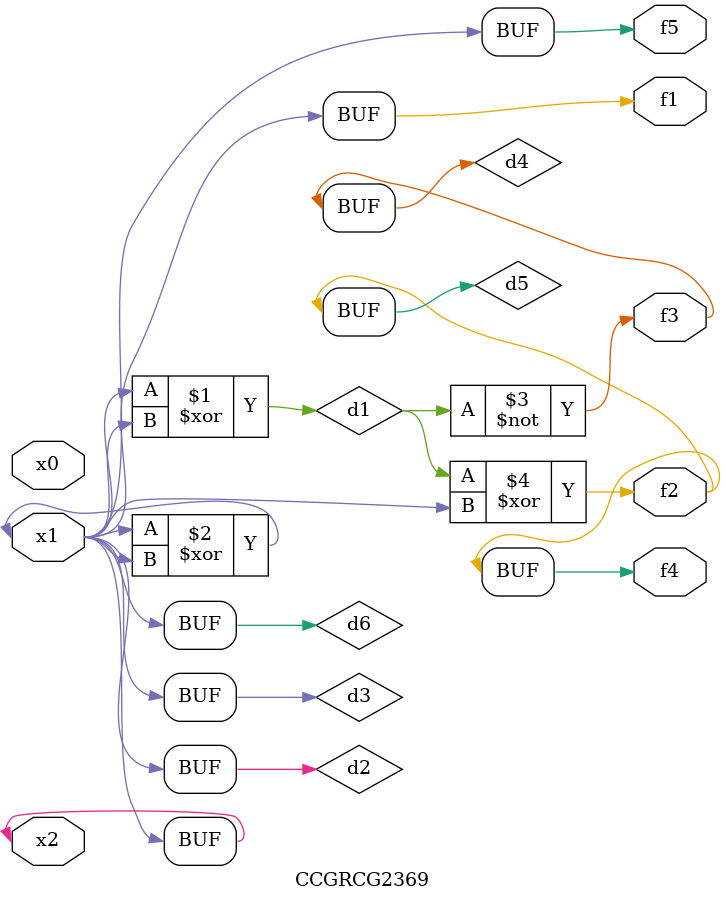
<source format=v>
module CCGRCG2369(
	input x0, x1, x2,
	output f1, f2, f3, f4, f5
);

	wire d1, d2, d3, d4, d5, d6;

	xor (d1, x1, x2);
	buf (d2, x1, x2);
	xor (d3, x1, x2);
	nor (d4, d1);
	xor (d5, d1, d2);
	buf (d6, d2, d3);
	assign f1 = d6;
	assign f2 = d5;
	assign f3 = d4;
	assign f4 = d5;
	assign f5 = d6;
endmodule

</source>
